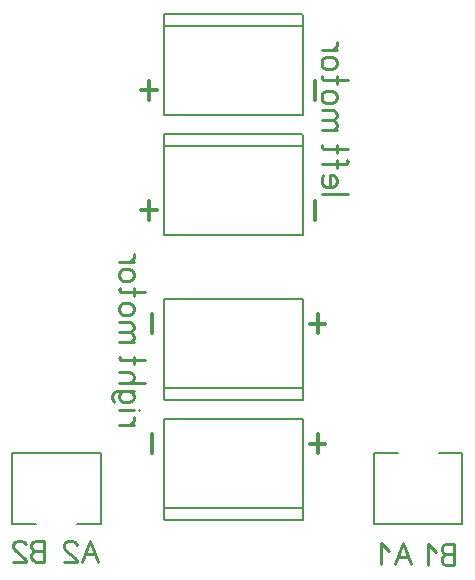
<source format=gbr>
%FSLAX34Y34*%
%MOMM*%
%LNSILK_BOTTOM*%
G71*
G01*
%ADD10C, 0.22*%
%ADD11C, 0.28*%
%ADD12C, 0.20*%
%ADD13C, 0.33*%
%LPD*%
G54D10*
X603900Y-1558900D02*
X597233Y-1541122D01*
X590567Y-1558900D01*
G54D10*
X601233Y-1552233D02*
X593233Y-1552233D01*
G54D10*
X585700Y-1547789D02*
X579033Y-1541122D01*
X579033Y-1558900D01*
G54D10*
X293450Y-1556400D02*
X293450Y-1538622D01*
X286783Y-1538622D01*
X284117Y-1539733D01*
X282783Y-1541956D01*
X282783Y-1544178D01*
X284117Y-1546400D01*
X286783Y-1547511D01*
X284117Y-1548622D01*
X282783Y-1550844D01*
X282783Y-1553067D01*
X284117Y-1555289D01*
X286783Y-1556400D01*
X293450Y-1556400D01*
G54D10*
X293450Y-1547511D02*
X286783Y-1547511D01*
G54D10*
X267183Y-1556400D02*
X277850Y-1556400D01*
X277850Y-1555289D01*
X276517Y-1553067D01*
X268517Y-1546400D01*
X267183Y-1544178D01*
X267183Y-1541956D01*
X268517Y-1539733D01*
X271183Y-1538622D01*
X273850Y-1538622D01*
X276517Y-1539733D01*
X277850Y-1541956D01*
G54D10*
X339100Y-1556750D02*
X332433Y-1538972D01*
X325767Y-1556750D01*
G54D10*
X336433Y-1550083D02*
X328433Y-1550083D01*
G54D10*
X310233Y-1556750D02*
X320900Y-1556750D01*
X320900Y-1555639D01*
X319567Y-1553417D01*
X311567Y-1546750D01*
X310233Y-1544528D01*
X310233Y-1542306D01*
X311567Y-1540083D01*
X314233Y-1538972D01*
X316900Y-1538972D01*
X319567Y-1540083D01*
X320900Y-1542306D01*
G54D10*
X640700Y-1559250D02*
X640700Y-1541472D01*
X634033Y-1541472D01*
X631367Y-1542583D01*
X630033Y-1544806D01*
X630033Y-1547028D01*
X631367Y-1549250D01*
X634033Y-1550361D01*
X631367Y-1551472D01*
X630033Y-1553694D01*
X630033Y-1555917D01*
X631367Y-1558139D01*
X634033Y-1559250D01*
X640700Y-1559250D01*
G54D10*
X640700Y-1550361D02*
X634033Y-1550361D01*
G54D10*
X625100Y-1548139D02*
X618433Y-1541472D01*
X618433Y-1559250D01*
G54D11*
X528550Y-1245350D02*
X550772Y-1245350D01*
G54D11*
X529939Y-1229250D02*
X528550Y-1231916D01*
X528550Y-1235250D01*
X529939Y-1238584D01*
X532717Y-1239250D01*
X537439Y-1239250D01*
X540217Y-1237583D01*
X541050Y-1234250D01*
X540217Y-1230916D01*
X538272Y-1229250D01*
X535494Y-1229250D01*
X535494Y-1239250D01*
G54D11*
X528550Y-1219816D02*
X549383Y-1219816D01*
X550772Y-1218150D01*
X549939Y-1216483D01*
G54D11*
X541050Y-1223150D02*
X541050Y-1216483D01*
G54D11*
X550772Y-1207017D02*
X529939Y-1207016D01*
X528550Y-1205350D01*
X529106Y-1203684D01*
G54D11*
X541050Y-1210350D02*
X541050Y-1203684D01*
G54D11*
X528550Y-1191150D02*
X541050Y-1191150D01*
G54D11*
X538828Y-1191150D02*
X541050Y-1187817D01*
X540217Y-1184483D01*
X538272Y-1182817D01*
X528550Y-1182816D01*
G54D11*
X538828Y-1182817D02*
X541050Y-1179483D01*
X540217Y-1176150D01*
X538272Y-1174484D01*
X528550Y-1174484D01*
G54D11*
X531883Y-1158350D02*
X537439Y-1158350D01*
X540217Y-1160017D01*
X541050Y-1163350D01*
X540217Y-1166684D01*
X537439Y-1168350D01*
X531883Y-1168350D01*
X529106Y-1166683D01*
X528550Y-1163350D01*
X529106Y-1160016D01*
X531883Y-1158350D01*
G54D11*
X550772Y-1148917D02*
X529939Y-1148916D01*
X528550Y-1147250D01*
X529106Y-1145584D01*
G54D11*
X541050Y-1152250D02*
X541050Y-1145584D01*
G54D11*
X531883Y-1129450D02*
X537439Y-1129450D01*
X540217Y-1131116D01*
X541050Y-1134450D01*
X540217Y-1137783D01*
X537439Y-1139450D01*
X531883Y-1139450D01*
X529106Y-1137784D01*
X528550Y-1134450D01*
X529106Y-1131117D01*
X531883Y-1129450D01*
G54D11*
X528550Y-1123350D02*
X541050Y-1123350D01*
G54D11*
X538272Y-1123350D02*
X541050Y-1120017D01*
X541050Y-1116684D01*
G54D11*
X356850Y-1440600D02*
X369350Y-1440600D01*
G54D11*
X366572Y-1440600D02*
X369350Y-1437267D01*
X369350Y-1433933D01*
G54D11*
X356850Y-1427800D02*
X369350Y-1427800D01*
G54D11*
X373517Y-1427800D02*
X373517Y-1427800D01*
G54D11*
X352683Y-1421700D02*
X351294Y-1418367D01*
X351294Y-1416033D01*
X352683Y-1412700D01*
X355461Y-1411700D01*
X369350Y-1411700D01*
G54D11*
X365739Y-1411700D02*
X368517Y-1413367D01*
X369350Y-1416700D01*
X368517Y-1420033D01*
X365739Y-1421700D01*
X360183Y-1421700D01*
X357406Y-1420033D01*
X356850Y-1416700D01*
X357406Y-1413367D01*
X360183Y-1411700D01*
G54D11*
X356850Y-1405600D02*
X379072Y-1405600D01*
G54D11*
X365739Y-1405600D02*
X368517Y-1403933D01*
X369350Y-1400600D01*
X368517Y-1397267D01*
X365739Y-1395600D01*
X356850Y-1395600D01*
G54D11*
X379072Y-1386166D02*
X358239Y-1386167D01*
X356850Y-1384500D01*
X357406Y-1382834D01*
G54D11*
X369350Y-1389500D02*
X369350Y-1382834D01*
G54D11*
X356850Y-1370300D02*
X369350Y-1370300D01*
G54D11*
X367128Y-1370300D02*
X369350Y-1366967D01*
X368517Y-1363633D01*
X366572Y-1361966D01*
X356850Y-1361966D01*
G54D11*
X367128Y-1361967D02*
X369350Y-1358634D01*
X368517Y-1355300D01*
X366572Y-1353634D01*
X356850Y-1353634D01*
G54D11*
X360183Y-1337500D02*
X365739Y-1337500D01*
X368517Y-1339167D01*
X369350Y-1342500D01*
X368517Y-1345833D01*
X365739Y-1347500D01*
X360183Y-1347500D01*
X357406Y-1345833D01*
X356850Y-1342500D01*
X357406Y-1339167D01*
X360183Y-1337500D01*
G54D11*
X379072Y-1328067D02*
X358239Y-1328066D01*
X356850Y-1326400D01*
X357406Y-1324733D01*
G54D11*
X369350Y-1331400D02*
X369350Y-1324734D01*
G54D11*
X360183Y-1308600D02*
X365739Y-1308600D01*
X368517Y-1310266D01*
X369350Y-1313600D01*
X368517Y-1316934D01*
X365739Y-1318600D01*
X360183Y-1318600D01*
X357406Y-1316933D01*
X356850Y-1313600D01*
X357406Y-1310266D01*
X360183Y-1308600D01*
G54D11*
X356850Y-1302500D02*
X369350Y-1302500D01*
G54D11*
X366572Y-1302500D02*
X369350Y-1299166D01*
X369350Y-1295834D01*
G54D12*
X512700Y-1419500D02*
X395700Y-1419500D01*
X394700Y-1418500D01*
X394700Y-1334500D01*
X512700Y-1334500D01*
X512700Y-1419500D01*
G54D13*
X524967Y-1363100D02*
X524967Y-1347100D01*
G54D13*
X531633Y-1355100D02*
X518300Y-1355100D01*
G54D13*
X384917Y-1363100D02*
X384917Y-1347100D01*
G54D12*
X512700Y-1409500D02*
X394700Y-1409500D01*
G54D12*
X394700Y-1093200D02*
X511700Y-1093200D01*
X512700Y-1094200D01*
X512700Y-1178200D01*
X394700Y-1178200D01*
X394700Y-1093200D01*
G54D13*
X382433Y-1149600D02*
X382433Y-1165600D01*
G54D13*
X375767Y-1157600D02*
X389100Y-1157600D01*
G54D13*
X522483Y-1149600D02*
X522483Y-1165600D01*
G54D12*
X394700Y-1103200D02*
X512700Y-1103200D01*
G54D12*
X266700Y-1464600D02*
X266700Y-1524600D01*
X286700Y-1524600D01*
G54D12*
X266700Y-1464600D02*
X341700Y-1464600D01*
X341700Y-1524600D01*
X321700Y-1524600D01*
G54D12*
X647700Y-1524662D02*
X647700Y-1464662D01*
X627700Y-1464662D01*
G54D12*
X647700Y-1524662D02*
X572700Y-1524662D01*
X572700Y-1464662D01*
X592700Y-1464662D01*
G54D12*
X394700Y-1194800D02*
X511700Y-1194800D01*
X512700Y-1195800D01*
X512700Y-1279800D01*
X394700Y-1279800D01*
X394700Y-1194800D01*
G54D13*
X382433Y-1251200D02*
X382433Y-1267200D01*
G54D13*
X375767Y-1259200D02*
X389100Y-1259200D01*
G54D13*
X522483Y-1251200D02*
X522483Y-1267200D01*
G54D12*
X394700Y-1204800D02*
X512700Y-1204800D01*
G54D12*
X512700Y-1521100D02*
X395700Y-1521100D01*
X394700Y-1520100D01*
X394700Y-1436100D01*
X512700Y-1436100D01*
X512700Y-1521100D01*
G54D13*
X524967Y-1464700D02*
X524967Y-1448700D01*
G54D13*
X531633Y-1456700D02*
X518300Y-1456700D01*
G54D13*
X384917Y-1464700D02*
X384917Y-1448700D01*
G54D12*
X512700Y-1511100D02*
X394700Y-1511100D01*
M02*

</source>
